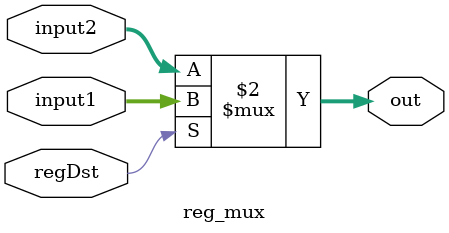
<source format=v>
`timescale 1ns / 1ps


module reg_mux(
    input regDst,
    input [4:0] input1,
    input [4:0] input2,
    output reg [4:0] out
    );
    initial out=0;
    
    always @ (regDst or input1 or input2)
    begin
        out=regDst?input1:input2;
    end
    
endmodule

</source>
